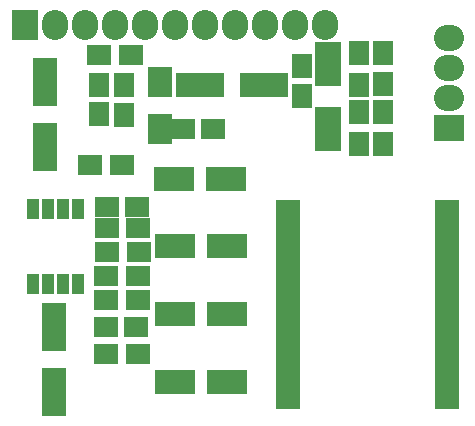
<source format=gbs>
%TF.GenerationSoftware,KiCad,Pcbnew,5.0.0-rc2-dev-unknown-b813eac~63~ubuntu16.04.1*%
%TF.CreationDate,2018-04-08T19:45:01+02:00*%
%TF.ProjectId,atmegax8_with_BM20,61746D65676178385F776974685F424D,rev?*%
%TF.SameCoordinates,Original*%
%TF.FileFunction,Soldermask,Bot*%
%TF.FilePolarity,Negative*%
%FSLAX46Y46*%
G04 Gerber Fmt 4.6, Leading zero omitted, Abs format (unit mm)*
G04 Created by KiCad (PCBNEW 5.0.0-rc2-dev-unknown-b813eac~63~ubuntu16.04.1) date Sun Apr  8 19:45:01 2018*
%MOMM*%
%LPD*%
G01*
G04 APERTURE LIST*
%ADD10R,2.207260X3.807460*%
%ADD11R,3.507740X2.108200*%
%ADD12R,3.508000X2.108000*%
%ADD13R,2.008000X1.808000*%
%ADD14R,1.758000X2.008000*%
%ADD15R,2.108200X4.107180*%
%ADD16R,4.107180X2.108200*%
%ADD17R,1.016000X1.651000*%
%ADD18R,2.008000X1.758000*%
%ADD19R,1.808000X2.008000*%
%ADD20R,2.108000X2.508000*%
%ADD21R,2.235200X2.540000*%
%ADD22O,2.235200X2.540000*%
%ADD23R,2.008000X1.308000*%
%ADD24R,2.540000X2.235200*%
%ADD25O,2.540000X2.235200*%
G04 APERTURE END LIST*
D10*
%TO.C,D1*%
X33121600Y-10741660D03*
X33121600Y-16243300D03*
%TD*%
D11*
%TO.C,C21*%
X20126960Y-37683440D03*
X24526240Y-37683440D03*
%TD*%
D12*
%TO.C,C19*%
X24498300Y-20485100D03*
X20098300Y-20485100D03*
%TD*%
D13*
%TO.C,R23*%
X17001480Y-35280600D03*
X14301480Y-35280600D03*
%TD*%
D14*
%TO.C,C5*%
X30861000Y-13416600D03*
X30861000Y-10916600D03*
%TD*%
D11*
%TO.C,C6*%
X24582120Y-31871920D03*
X20182840Y-31871920D03*
%TD*%
D15*
%TO.C,C9*%
X9138920Y-17746980D03*
X9138920Y-12245340D03*
%TD*%
D16*
%TO.C,C10*%
X22222460Y-12486640D03*
X27724100Y-12486640D03*
%TD*%
D13*
%TO.C,R8*%
X14321800Y-28676600D03*
X17021800Y-28676600D03*
%TD*%
%TO.C,R15*%
X17047200Y-24638000D03*
X14347200Y-24638000D03*
%TD*%
D17*
%TO.C,U3*%
X11938000Y-23027640D03*
X10668000Y-23027640D03*
X9398000Y-23027640D03*
X8128000Y-23027640D03*
X8128000Y-29377640D03*
X9398000Y-29377640D03*
X10668000Y-29377640D03*
X11938000Y-29377640D03*
%TD*%
D15*
%TO.C,C14*%
X9865360Y-32951420D03*
X9865360Y-38453060D03*
%TD*%
D18*
%TO.C,C15*%
X14396400Y-22809200D03*
X16896400Y-22809200D03*
%TD*%
%TO.C,C16*%
X14345600Y-32964120D03*
X16845600Y-32964120D03*
%TD*%
D11*
%TO.C,C20*%
X24526240Y-26116280D03*
X20126960Y-26116280D03*
%TD*%
D13*
%TO.C,R18*%
X17001480Y-30728920D03*
X14301480Y-30728920D03*
%TD*%
%TO.C,R20*%
X15675600Y-19278600D03*
X12975600Y-19278600D03*
%TD*%
%TO.C,R21*%
X14372600Y-26644600D03*
X17072600Y-26644600D03*
%TD*%
D19*
%TO.C,R26*%
X37795200Y-17448520D03*
X37795200Y-14748520D03*
%TD*%
D20*
%TO.C,C22*%
X18846800Y-16249400D03*
X18846800Y-12249400D03*
%TD*%
D14*
%TO.C,C23*%
X13675360Y-14976160D03*
X13675360Y-12476160D03*
%TD*%
D13*
%TO.C,R27*%
X13727440Y-9926320D03*
X16427440Y-9926320D03*
%TD*%
D21*
%TO.C,P1*%
X7406640Y-7396480D03*
D22*
X9946640Y-7396480D03*
X12486640Y-7396480D03*
X15026640Y-7396480D03*
X17566640Y-7396480D03*
X20106640Y-7396480D03*
X22646640Y-7396480D03*
X25186640Y-7396480D03*
X27726640Y-7396480D03*
X30266640Y-7396480D03*
X32806640Y-7396480D03*
%TD*%
D14*
%TO.C,C26*%
X15824200Y-12516800D03*
X15824200Y-15016800D03*
%TD*%
D18*
%TO.C,C28*%
X23348000Y-16256000D03*
X20848000Y-16256000D03*
%TD*%
D19*
%TO.C,D2*%
X37795200Y-9744720D03*
X37795200Y-12444720D03*
%TD*%
%TO.C,D3*%
X35712400Y-12459960D03*
X35712400Y-9759960D03*
%TD*%
%TO.C,R31*%
X35687000Y-14768840D03*
X35687000Y-17468840D03*
%TD*%
D23*
%TO.C,U2*%
X43218000Y-31628000D03*
X43218000Y-26128000D03*
X43218000Y-28328000D03*
X43218000Y-37128000D03*
X43218000Y-34928000D03*
X43218000Y-30528000D03*
X43218000Y-27228000D03*
X43218000Y-38228000D03*
X43218000Y-23928000D03*
X43218000Y-36028000D03*
X43218000Y-25028000D03*
X43218000Y-33828000D03*
X43218000Y-22828000D03*
X43218000Y-29428000D03*
X43218000Y-39328000D03*
X43218000Y-32728000D03*
X29718000Y-36028000D03*
X29718000Y-39328000D03*
X29718000Y-38228000D03*
X29718000Y-37128000D03*
X29718000Y-32728000D03*
X29718000Y-34928000D03*
X29718000Y-30528000D03*
X29718000Y-33828000D03*
X29718000Y-29428000D03*
X29718000Y-31628000D03*
X29718000Y-28328000D03*
X29718000Y-27228000D03*
X29718000Y-26128000D03*
X29718000Y-25028000D03*
X29718000Y-23928000D03*
X29718000Y-22828000D03*
%TD*%
D24*
%TO.C,P3*%
X43352720Y-16144240D03*
D25*
X43352720Y-13604240D03*
X43352720Y-11064240D03*
X43352720Y-8524240D03*
%TD*%
M02*

</source>
